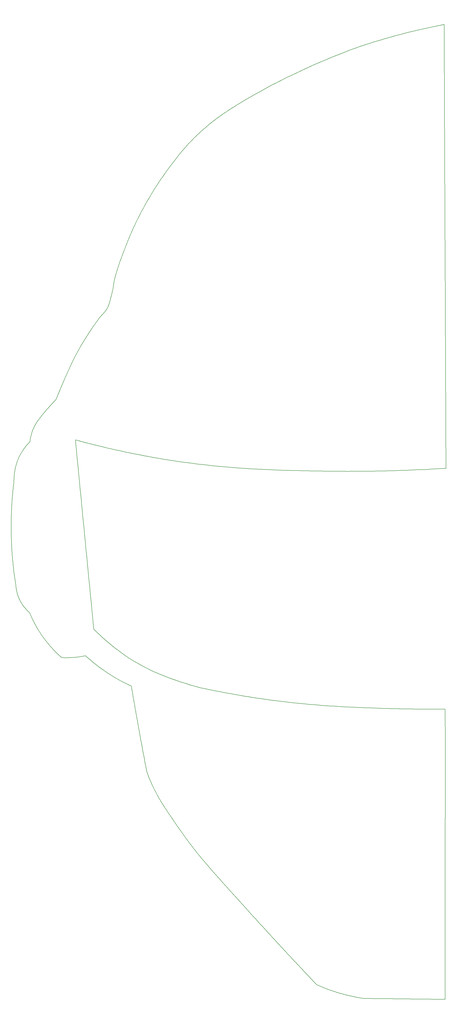
<source format=gbr>
%TF.GenerationSoftware,KiCad,Pcbnew,(6.0.2)*%
%TF.CreationDate,2022-04-02T19:10:38-07:00*%
%TF.ProjectId,DaftPunkTopLayerLeftBoard,44616674-5075-46e6-9b54-6f704c617965,rev?*%
%TF.SameCoordinates,Original*%
%TF.FileFunction,Profile,NP*%
%FSLAX46Y46*%
G04 Gerber Fmt 4.6, Leading zero omitted, Abs format (unit mm)*
G04 Created by KiCad (PCBNEW (6.0.2)) date 2022-04-02 19:10:38*
%MOMM*%
%LPD*%
G01*
G04 APERTURE LIST*
%ADD10C,0.200000*%
G04 APERTURE END LIST*
D10*
X83685134Y-203373130D02*
X83720523Y-203069173D01*
X83763428Y-202747443D01*
X83814754Y-202408892D01*
X83875410Y-202054475D01*
X83946302Y-201685146D01*
X84028336Y-201301858D01*
X84073816Y-201105277D01*
X84122422Y-200905565D01*
X84174266Y-200702840D01*
X84229464Y-200497222D01*
X84288128Y-200288829D01*
X84350371Y-200077781D01*
X84416307Y-199864198D01*
X84486049Y-199648198D01*
X84559711Y-199429901D01*
X84637405Y-199209426D01*
X84719246Y-198986891D01*
X84805347Y-198762418D01*
X84895821Y-198536124D01*
X84990782Y-198308128D01*
X85090342Y-198078551D01*
X85194616Y-197847512D01*
X85303716Y-197615128D01*
X85417756Y-197381521D01*
X85536850Y-197146809D01*
X85661111Y-196911111D01*
X108238889Y-275227777D02*
X108419788Y-275410951D01*
X108603287Y-275595586D01*
X108789388Y-275781648D01*
X108978096Y-275969101D01*
X109169416Y-276157912D01*
X109363351Y-276348046D01*
X109559905Y-276539468D01*
X109759084Y-276732143D01*
X109960891Y-276926036D01*
X110165330Y-277121114D01*
X110372405Y-277317342D01*
X110582122Y-277514684D01*
X110794483Y-277713107D01*
X111009493Y-277912575D01*
X111227157Y-278113054D01*
X111447478Y-278314510D01*
X111670461Y-278516907D01*
X111896111Y-278720211D01*
X112124430Y-278924388D01*
X112355424Y-279129403D01*
X112589096Y-279335221D01*
X112825451Y-279541808D01*
X113064494Y-279749128D01*
X113306227Y-279957148D01*
X113550656Y-280165833D01*
X113797785Y-280375148D01*
X114047618Y-280585058D01*
X114300158Y-280795529D01*
X114555411Y-281006527D01*
X114813381Y-281218015D01*
X115074071Y-281429961D01*
X115337487Y-281642330D01*
X243352778Y-417397222D02*
X242374959Y-417386234D01*
X241396773Y-417375243D01*
X240418234Y-417364248D01*
X239439357Y-417353249D01*
X238460158Y-417342248D01*
X237480653Y-417331242D01*
X236500855Y-417320234D01*
X235520780Y-417309223D01*
X234540444Y-417298208D01*
X233559862Y-417287191D01*
X232579049Y-417276172D01*
X231598020Y-417265150D01*
X230616791Y-417254126D01*
X229635376Y-417243100D01*
X228653791Y-417232072D01*
X227672051Y-417221042D01*
X226690171Y-417210011D01*
X225708167Y-417198978D01*
X224726054Y-417187943D01*
X223743846Y-417176908D01*
X222761560Y-417165871D01*
X221779210Y-417154834D01*
X220796811Y-417143796D01*
X219814379Y-417132757D01*
X218831930Y-417121718D01*
X217849477Y-417110678D01*
X216867037Y-417099639D01*
X215884625Y-417088599D01*
X214902255Y-417077559D01*
X213919944Y-417066520D01*
X212937705Y-417055482D01*
X211955556Y-417044444D01*
X97302778Y-178566666D02*
X97473731Y-178182864D01*
X97641041Y-177807399D01*
X97804966Y-177439850D01*
X97965761Y-177079798D01*
X98123685Y-176726822D01*
X98278994Y-176380503D01*
X98431946Y-176040419D01*
X98582798Y-175706151D01*
X98731806Y-175377279D01*
X98879228Y-175053383D01*
X99025322Y-174734042D01*
X99170343Y-174418836D01*
X99314550Y-174107345D01*
X99458199Y-173799150D01*
X99601548Y-173493829D01*
X99744853Y-173190963D01*
X99888373Y-172890131D01*
X100032363Y-172590914D01*
X100177081Y-172292891D01*
X100322785Y-171995643D01*
X100469731Y-171698748D01*
X100618176Y-171401787D01*
X100768378Y-171104340D01*
X100920593Y-170805987D01*
X101075080Y-170506306D01*
X101232094Y-170204880D01*
X101391894Y-169901286D01*
X101554735Y-169595105D01*
X101720876Y-169285917D01*
X101890574Y-168973302D01*
X102064085Y-168656840D01*
X102241667Y-168336110D01*
X187613889Y-405049999D02*
X187213576Y-404624618D01*
X186802015Y-404186907D01*
X186378719Y-403736291D01*
X185943197Y-403272195D01*
X185494961Y-402794044D01*
X185033522Y-402301265D01*
X184558392Y-401793283D01*
X184069080Y-401269523D01*
X183565098Y-400729411D01*
X183045957Y-400172372D01*
X182511168Y-399597832D01*
X181960242Y-399005216D01*
X181392691Y-398393950D01*
X180808025Y-397763458D01*
X180205755Y-397113168D01*
X179585392Y-396442503D01*
X178946448Y-395750890D01*
X178288433Y-395037755D01*
X177610859Y-394302522D01*
X176913236Y-393544616D01*
X176195076Y-392763465D01*
X175455889Y-391958492D01*
X174695187Y-391129124D01*
X173912481Y-390274787D01*
X173107281Y-389394904D01*
X172279099Y-388488903D01*
X171427446Y-387556208D01*
X170551833Y-386596245D01*
X169651771Y-385608439D01*
X168726770Y-384592216D01*
X167776343Y-383547002D01*
X166800000Y-382472222D01*
X111766667Y-154224999D02*
X111911566Y-154080266D01*
X112051855Y-153934411D01*
X112220477Y-153749917D01*
X112362124Y-153586628D01*
X112514123Y-153402323D01*
X112674082Y-153197310D01*
X112839606Y-152971898D01*
X113008302Y-152726395D01*
X113121347Y-152551717D01*
X113177778Y-152461110D01*
X216541667Y-305566666D02*
X217554992Y-305603373D01*
X218558275Y-305637909D01*
X219551388Y-305670325D01*
X220534202Y-305700673D01*
X221506591Y-305729003D01*
X222468425Y-305755368D01*
X223419578Y-305779818D01*
X224359920Y-305802405D01*
X225289325Y-305823181D01*
X226207665Y-305842198D01*
X227114812Y-305859505D01*
X228010637Y-305875156D01*
X228895013Y-305889201D01*
X229767812Y-305901692D01*
X230628907Y-305912681D01*
X231478169Y-305922218D01*
X232315470Y-305930356D01*
X233140683Y-305937145D01*
X233953679Y-305942638D01*
X234754332Y-305946885D01*
X235542512Y-305949938D01*
X236318093Y-305951849D01*
X237080946Y-305952669D01*
X237830943Y-305952449D01*
X238567957Y-305951242D01*
X239291860Y-305949097D01*
X240002523Y-305946068D01*
X240699820Y-305942205D01*
X241383621Y-305937559D01*
X242053800Y-305932183D01*
X242710228Y-305926127D01*
X243352778Y-305919444D01*
X83544445Y-268877777D02*
X83380566Y-268736972D01*
X83213198Y-268588937D01*
X83042731Y-268433574D01*
X82869555Y-268270785D01*
X82694060Y-268100474D01*
X82516637Y-267922544D01*
X82337677Y-267736896D01*
X82157568Y-267543435D01*
X81976702Y-267342062D01*
X81795470Y-267132681D01*
X81614260Y-266915194D01*
X81433464Y-266689505D01*
X81253472Y-266455515D01*
X81074674Y-266213129D01*
X80897460Y-265962249D01*
X80722222Y-265702777D01*
X93775000Y-187033333D02*
X93855034Y-186827603D01*
X93937014Y-186617610D01*
X94020942Y-186403399D01*
X94106817Y-186185018D01*
X94194639Y-185962513D01*
X94284409Y-185735931D01*
X94376127Y-185505319D01*
X94469792Y-185270723D01*
X94565406Y-185032190D01*
X94662969Y-184789766D01*
X94762480Y-184543499D01*
X94863940Y-184293434D01*
X94967350Y-184039620D01*
X95072708Y-183782101D01*
X95180017Y-183520926D01*
X95289275Y-183256140D01*
X95400483Y-182987791D01*
X95513642Y-182715925D01*
X95628751Y-182440589D01*
X95745812Y-182161829D01*
X95864823Y-181879692D01*
X95985785Y-181594225D01*
X96108699Y-181305474D01*
X96233564Y-181013487D01*
X96360382Y-180718310D01*
X96489151Y-180419989D01*
X96619874Y-180118571D01*
X96752548Y-179814104D01*
X96887176Y-179506632D01*
X97023756Y-179196205D01*
X97162290Y-178882867D01*
X97302778Y-178566666D01*
X199255556Y-413869444D02*
X198903020Y-413743922D01*
X198553381Y-413617304D01*
X198206643Y-413489633D01*
X197862806Y-413360948D01*
X197521873Y-413231292D01*
X197183845Y-413100706D01*
X196848727Y-412969231D01*
X196516518Y-412836908D01*
X196187223Y-412703779D01*
X195860842Y-412569885D01*
X195537378Y-412435268D01*
X195216833Y-412299968D01*
X194899209Y-412164028D01*
X194584509Y-412027489D01*
X194272735Y-411890391D01*
X193963889Y-411752777D01*
X112119445Y-291102777D02*
X111864169Y-290924651D01*
X111611186Y-290746366D01*
X111360491Y-290567950D01*
X111112080Y-290389429D01*
X110865948Y-290210831D01*
X110622089Y-290032182D01*
X110380500Y-289853510D01*
X110141174Y-289674841D01*
X109904107Y-289496204D01*
X109669295Y-289317624D01*
X109436732Y-289139129D01*
X109206413Y-288960747D01*
X108978334Y-288782503D01*
X108752490Y-288604426D01*
X108528876Y-288426542D01*
X108307486Y-288248878D01*
X108088317Y-288071462D01*
X107871363Y-287894321D01*
X107656620Y-287717481D01*
X107444082Y-287540969D01*
X107233745Y-287364814D01*
X107025604Y-287189042D01*
X106819653Y-287013679D01*
X106615889Y-286838753D01*
X106414306Y-286664292D01*
X106214899Y-286490322D01*
X106017664Y-286316870D01*
X105822595Y-286143963D01*
X105629688Y-285971629D01*
X105438938Y-285799895D01*
X105250340Y-285628787D01*
X105063889Y-285458333D01*
X123761111Y-287574999D02*
X124799838Y-288196905D01*
X125857541Y-288799785D01*
X126930812Y-289383589D01*
X128016244Y-289948271D01*
X129110430Y-290493785D01*
X130209964Y-291020084D01*
X131311439Y-291527120D01*
X132411447Y-292014847D01*
X133506582Y-292483217D01*
X134593437Y-292932185D01*
X135668605Y-293361702D01*
X136728680Y-293771723D01*
X137770254Y-294162199D01*
X138789920Y-294533085D01*
X139784272Y-294884334D01*
X140749902Y-295215898D01*
X141683405Y-295527730D01*
X142581372Y-295819784D01*
X143440397Y-296092013D01*
X144257074Y-296344370D01*
X145027995Y-296576808D01*
X145749754Y-296789280D01*
X146418943Y-296981739D01*
X147032156Y-297154138D01*
X147585986Y-297306431D01*
X148077025Y-297438570D01*
X148501868Y-297550509D01*
X148857107Y-297642200D01*
X149139336Y-297713597D01*
X149345147Y-297764653D01*
X149513889Y-297805555D01*
X77547222Y-218430555D02*
X77547989Y-218183526D01*
X77551508Y-217923583D01*
X77558210Y-217651190D01*
X77568527Y-217366816D01*
X77582889Y-217070927D01*
X77601727Y-216763990D01*
X77625473Y-216446474D01*
X77654558Y-216118843D01*
X77689412Y-215781567D01*
X77730468Y-215435111D01*
X77778155Y-215079944D01*
X77832905Y-214716531D01*
X77895149Y-214345340D01*
X77965318Y-213966838D01*
X78043843Y-213581493D01*
X78131156Y-213189770D01*
X78227687Y-212792138D01*
X78333868Y-212389064D01*
X78450129Y-211981014D01*
X78576902Y-211568455D01*
X78714617Y-211151855D01*
X78863707Y-210731681D01*
X79024601Y-210308400D01*
X79197731Y-209882478D01*
X79383529Y-209454383D01*
X79582424Y-209024583D01*
X79794849Y-208593543D01*
X80021234Y-208161732D01*
X80262011Y-207729616D01*
X80517610Y-207297662D01*
X80788462Y-206866337D01*
X81075000Y-206436110D01*
X149513889Y-297805555D02*
X150603137Y-298037210D01*
X151681854Y-298263082D01*
X152749898Y-298483249D01*
X153807127Y-298697790D01*
X154853399Y-298906786D01*
X155888572Y-299110316D01*
X156912502Y-299308460D01*
X157925050Y-299501297D01*
X158926071Y-299688907D01*
X159915425Y-299871370D01*
X160892969Y-300048765D01*
X161858561Y-300221172D01*
X162812060Y-300388671D01*
X163753321Y-300551340D01*
X164682205Y-300709261D01*
X165598568Y-300862512D01*
X166502269Y-301011172D01*
X167393166Y-301155323D01*
X168271115Y-301295043D01*
X169135976Y-301430412D01*
X169987607Y-301561509D01*
X170825864Y-301688415D01*
X171650606Y-301811209D01*
X172461692Y-301929970D01*
X173258978Y-302044778D01*
X174042322Y-302155713D01*
X174811584Y-302262854D01*
X175566620Y-302366281D01*
X176307288Y-302466074D01*
X177033447Y-302562313D01*
X177744953Y-302655076D01*
X178441667Y-302744444D01*
X86719445Y-275227777D02*
X86594037Y-275018059D01*
X86470466Y-274808877D01*
X86348716Y-274600248D01*
X86228773Y-274392192D01*
X86110623Y-274184729D01*
X85994251Y-273977877D01*
X85879641Y-273771657D01*
X85766780Y-273566087D01*
X85655653Y-273361186D01*
X85546244Y-273156975D01*
X85438540Y-272953472D01*
X85332525Y-272750697D01*
X85228185Y-272548669D01*
X85125506Y-272347407D01*
X85024472Y-272146931D01*
X84925069Y-271947260D01*
X84827282Y-271748413D01*
X84731097Y-271550410D01*
X84636499Y-271353270D01*
X84543472Y-271157012D01*
X84452004Y-270961656D01*
X84362078Y-270767221D01*
X84273680Y-270573726D01*
X84186796Y-270381191D01*
X84101410Y-270189635D01*
X84017509Y-269999077D01*
X83935077Y-269809537D01*
X83854099Y-269621034D01*
X83774562Y-269433587D01*
X83696451Y-269247215D01*
X83619750Y-269061939D01*
X83544445Y-268877777D01*
X105063889Y-285458333D02*
X104752918Y-285520284D01*
X104436103Y-285580582D01*
X104113499Y-285639070D01*
X103785166Y-285695593D01*
X103451162Y-285749996D01*
X103111544Y-285802122D01*
X102766372Y-285851815D01*
X102415703Y-285898920D01*
X102059595Y-285943280D01*
X101698107Y-285984742D01*
X101331296Y-286023147D01*
X100959222Y-286058341D01*
X100581941Y-286090168D01*
X100199512Y-286118472D01*
X99811994Y-286143097D01*
X99419445Y-286163888D01*
X95891667Y-286163888D02*
X95627262Y-285930691D01*
X95359466Y-285690912D01*
X95088475Y-285444510D01*
X94814486Y-285191441D01*
X94537692Y-284931664D01*
X94258291Y-284665137D01*
X93976477Y-284391816D01*
X93692447Y-284111661D01*
X93406396Y-283824628D01*
X93118519Y-283530676D01*
X92829013Y-283229763D01*
X92538073Y-282921846D01*
X92245894Y-282606883D01*
X91952673Y-282284833D01*
X91658605Y-281955651D01*
X91363885Y-281619298D01*
X91068710Y-281275730D01*
X90773275Y-280924905D01*
X90477775Y-280566781D01*
X90182406Y-280201317D01*
X89887365Y-279828468D01*
X89592846Y-279448195D01*
X89299045Y-279060453D01*
X89006159Y-278665202D01*
X88714381Y-278262399D01*
X88423909Y-277852002D01*
X88134938Y-277433968D01*
X87847664Y-277008255D01*
X87562282Y-276574822D01*
X87278987Y-276133626D01*
X86997976Y-275684625D01*
X86719445Y-275227777D01*
X195727778Y-214549999D02*
X193926556Y-214517837D01*
X192124996Y-214484556D01*
X190322093Y-214449479D01*
X188516841Y-214411931D01*
X186708235Y-214371234D01*
X184895268Y-214326712D01*
X183076935Y-214277690D01*
X181252231Y-214223490D01*
X179420150Y-214163437D01*
X177579686Y-214096854D01*
X175729834Y-214023065D01*
X173869588Y-213941393D01*
X171997943Y-213851163D01*
X170113893Y-213751697D01*
X168216432Y-213642320D01*
X166304554Y-213522355D01*
X164377255Y-213391126D01*
X162433528Y-213247957D01*
X160472369Y-213092171D01*
X158492770Y-212923092D01*
X156493727Y-212740044D01*
X154474235Y-212542350D01*
X152433287Y-212329334D01*
X150369878Y-212100320D01*
X148283002Y-211854631D01*
X146171654Y-211591591D01*
X144034827Y-211310524D01*
X141871518Y-211010754D01*
X139680719Y-210691604D01*
X137461426Y-210352397D01*
X135212632Y-209992458D01*
X132933333Y-209611111D01*
X99419445Y-286163888D02*
X99184594Y-286174329D01*
X98951574Y-286183214D01*
X98720403Y-286190578D01*
X98491099Y-286196456D01*
X98263680Y-286200883D01*
X98038164Y-286203894D01*
X97814569Y-286205525D01*
X97592914Y-286205810D01*
X97373216Y-286204786D01*
X97155494Y-286202486D01*
X96939766Y-286198947D01*
X96726049Y-286194203D01*
X96514363Y-286188290D01*
X96304725Y-286181243D01*
X96097154Y-286173097D01*
X95891667Y-286163888D01*
X243352778Y-417397222D02*
X243352778Y-415451944D01*
X243352778Y-413507667D01*
X243352778Y-411564359D01*
X243352778Y-409621987D01*
X243352778Y-407680520D01*
X243352778Y-405739925D01*
X243352778Y-403800169D01*
X243352778Y-401861221D01*
X243352778Y-399923047D01*
X243352778Y-397985617D01*
X243352778Y-396048897D01*
X243352778Y-394112856D01*
X243352778Y-392177460D01*
X243352778Y-390242678D01*
X243352778Y-388308477D01*
X243352778Y-386374825D01*
X243352778Y-384441690D01*
X243352778Y-382509040D01*
X243352778Y-380576842D01*
X243352778Y-378645063D01*
X243352778Y-376713673D01*
X243352778Y-374782637D01*
X243352778Y-372851925D01*
X243352778Y-370921503D01*
X243352778Y-368991340D01*
X243352778Y-367061403D01*
X243352778Y-365131660D01*
X243352778Y-363202078D01*
X243352778Y-361272626D01*
X243352778Y-359343270D01*
X243352778Y-357413980D01*
X243352778Y-355484722D01*
X85661111Y-196911111D02*
X85771782Y-196708847D01*
X85894657Y-196493650D01*
X86034166Y-196260797D01*
X86194738Y-196005563D01*
X86315675Y-195820641D01*
X86449256Y-195622273D01*
X86596792Y-195409060D01*
X86759596Y-195179602D01*
X86938980Y-194932499D01*
X87136258Y-194666352D01*
X87352742Y-194379762D01*
X87589745Y-194071328D01*
X87716351Y-193908483D01*
X87848578Y-193739652D01*
X87986592Y-193564660D01*
X88130556Y-193383333D01*
X166800000Y-382472222D02*
X165466423Y-381002468D01*
X164195638Y-379599853D01*
X162985702Y-378262238D01*
X161834673Y-376987484D01*
X160740606Y-375773451D01*
X159701560Y-374618001D01*
X158715591Y-373518993D01*
X157780757Y-372474289D01*
X156895113Y-371481750D01*
X156056718Y-370539236D01*
X155263629Y-369644609D01*
X154513902Y-368795728D01*
X153805594Y-367990455D01*
X153136763Y-367226650D01*
X152505466Y-366502174D01*
X151909759Y-365814889D01*
X151347700Y-365162654D01*
X150817346Y-364543331D01*
X150316753Y-363954780D01*
X149843980Y-363394862D01*
X149397082Y-362861438D01*
X148974117Y-362352369D01*
X148573143Y-361865515D01*
X148192215Y-361398738D01*
X147829391Y-360949897D01*
X147482729Y-360516854D01*
X147150285Y-360097470D01*
X146830116Y-359689605D01*
X146520279Y-359291121D01*
X146218832Y-358899877D01*
X145923831Y-358513734D01*
X145633334Y-358130555D01*
X115337487Y-281642330D02*
X115519448Y-281786711D01*
X115738805Y-281958877D01*
X116036555Y-282190311D01*
X116213142Y-282326523D01*
X116407305Y-282475475D01*
X116618369Y-282636476D01*
X116845661Y-282808834D01*
X117088507Y-282991856D01*
X117346231Y-283184850D01*
X117618161Y-283387124D01*
X117903622Y-283597986D01*
X118201940Y-283816744D01*
X118512440Y-284042706D01*
X118834449Y-284275180D01*
X119167292Y-284513473D01*
X119510296Y-284756894D01*
X119862786Y-285004750D01*
X120224087Y-285256350D01*
X120593527Y-285511000D01*
X120970431Y-285768010D01*
X121354123Y-286026687D01*
X121743932Y-286286339D01*
X122139182Y-286546274D01*
X122539198Y-286805799D01*
X122943308Y-287064223D01*
X123350837Y-287320854D01*
X123761111Y-287574999D01*
X148102778Y-85433333D02*
X148602630Y-84961222D01*
X149100497Y-84498883D01*
X149596482Y-84046039D01*
X150090687Y-83602409D01*
X150583216Y-83167716D01*
X151074172Y-82741682D01*
X151563658Y-82324028D01*
X152051778Y-81914475D01*
X152538635Y-81512745D01*
X153024331Y-81118559D01*
X153508971Y-80731640D01*
X153992656Y-80351708D01*
X154475492Y-79978486D01*
X154957579Y-79611694D01*
X155439023Y-79251055D01*
X155919926Y-78896289D01*
X156400390Y-78547119D01*
X156880521Y-78203266D01*
X157360419Y-77864451D01*
X157840190Y-77530396D01*
X158319936Y-77200823D01*
X158799759Y-76875453D01*
X159279765Y-76554008D01*
X159760054Y-76236208D01*
X160240732Y-75921777D01*
X160721900Y-75610435D01*
X161203663Y-75301904D01*
X161686123Y-74995905D01*
X162169383Y-74692160D01*
X162653547Y-74390391D01*
X163138718Y-74090319D01*
X163625000Y-73791666D01*
X210544445Y-51566667D02*
X211324295Y-51304666D01*
X212120101Y-51040415D01*
X212931777Y-50774122D01*
X213759241Y-50505995D01*
X214602410Y-50236242D01*
X215461200Y-49965073D01*
X216335528Y-49692695D01*
X217225310Y-49419318D01*
X218130464Y-49145148D01*
X219050907Y-48870395D01*
X219986554Y-48595267D01*
X220937322Y-48319972D01*
X221903129Y-48044719D01*
X222883892Y-47769716D01*
X223879526Y-47495172D01*
X224889948Y-47221295D01*
X225915076Y-46948293D01*
X226954826Y-46676374D01*
X228009114Y-46405748D01*
X229077858Y-46136622D01*
X230160974Y-45869205D01*
X231258379Y-45603705D01*
X232369990Y-45340331D01*
X233495723Y-45079291D01*
X234635495Y-44820793D01*
X235789223Y-44565046D01*
X236956823Y-44312258D01*
X238138213Y-44062638D01*
X239333309Y-43816393D01*
X240542027Y-43573733D01*
X241764285Y-43334866D01*
X243000000Y-43100000D01*
X78252778Y-258294444D02*
X78167228Y-257755397D01*
X78082995Y-257210998D01*
X78000142Y-256661277D01*
X77918735Y-256106264D01*
X77838838Y-255545989D01*
X77760516Y-254980482D01*
X77683833Y-254409772D01*
X77608854Y-253833891D01*
X77535644Y-253252866D01*
X77464268Y-252666730D01*
X77394791Y-252075511D01*
X77327276Y-251479240D01*
X77261789Y-250877946D01*
X77198395Y-250271659D01*
X77137158Y-249660409D01*
X77078143Y-249044227D01*
X77021414Y-248423142D01*
X76967037Y-247797184D01*
X76915076Y-247166384D01*
X76865595Y-246530770D01*
X76818660Y-245890373D01*
X76774336Y-245245223D01*
X76732686Y-244595350D01*
X76693776Y-243940783D01*
X76657670Y-243281553D01*
X76624434Y-242617690D01*
X76594131Y-241949224D01*
X76566827Y-241276184D01*
X76542585Y-240598600D01*
X76521472Y-239916503D01*
X76503552Y-239229922D01*
X76488889Y-238538888D01*
X121291667Y-126355555D02*
X121477506Y-125892792D01*
X121682628Y-125388832D01*
X121907321Y-124844804D01*
X122151870Y-124261840D01*
X122416562Y-123641070D01*
X122701685Y-122983626D01*
X123007524Y-122290639D01*
X123334366Y-121563238D01*
X123682499Y-120802556D01*
X124052208Y-120009723D01*
X124443780Y-119185870D01*
X124857503Y-118332128D01*
X125293663Y-117449628D01*
X125752546Y-116539501D01*
X126234440Y-115602877D01*
X126739630Y-114640889D01*
X127268404Y-113654666D01*
X127821048Y-112645339D01*
X128397849Y-111614040D01*
X128999094Y-110561899D01*
X129625070Y-109490048D01*
X130276062Y-108399617D01*
X130952359Y-107291737D01*
X131654245Y-106167539D01*
X132382009Y-105028154D01*
X133135937Y-103874713D01*
X133916315Y-102708347D01*
X134723431Y-101530187D01*
X135557570Y-100341363D01*
X136419020Y-99143007D01*
X137308068Y-97936249D01*
X138225000Y-96722222D01*
X145633334Y-358130555D02*
X145332727Y-357731275D01*
X145032184Y-357329441D01*
X144732072Y-356925679D01*
X144432760Y-356520617D01*
X144134615Y-356114879D01*
X143838007Y-355709093D01*
X143543303Y-355303886D01*
X143250873Y-354899884D01*
X142961083Y-354497714D01*
X142674304Y-354098001D01*
X142390903Y-353701374D01*
X142111248Y-353308458D01*
X141835708Y-352919880D01*
X141564652Y-352536266D01*
X141298447Y-352158243D01*
X141037462Y-351786438D01*
X140782066Y-351421478D01*
X140532626Y-351063988D01*
X140289512Y-350714595D01*
X140053091Y-350373926D01*
X139823732Y-350042608D01*
X139601803Y-349721267D01*
X139387673Y-349410530D01*
X139181710Y-349111023D01*
X138984282Y-348823373D01*
X138795758Y-348548206D01*
X138616506Y-348286149D01*
X138446895Y-348037828D01*
X138287292Y-347803871D01*
X138138067Y-347584903D01*
X137999587Y-347381552D01*
X137872222Y-347194444D01*
X178441667Y-302744444D02*
X179867657Y-302922834D01*
X181274369Y-303092827D01*
X182662211Y-303254682D01*
X184031592Y-303408657D01*
X185382922Y-303555008D01*
X186716611Y-303693994D01*
X188033068Y-303825872D01*
X189332702Y-303950900D01*
X190615922Y-304069336D01*
X191883139Y-304181437D01*
X193134762Y-304287462D01*
X194371200Y-304387667D01*
X195592862Y-304482311D01*
X196800158Y-304571652D01*
X197993498Y-304655946D01*
X199173290Y-304735453D01*
X200339945Y-304810429D01*
X201493872Y-304881132D01*
X202635479Y-304947820D01*
X203765178Y-305010751D01*
X204883376Y-305070182D01*
X205990484Y-305126372D01*
X207086912Y-305179577D01*
X208173067Y-305230056D01*
X209249360Y-305278067D01*
X210316201Y-305323866D01*
X211373998Y-305367712D01*
X212423162Y-305409863D01*
X213464101Y-305450576D01*
X214497225Y-305490109D01*
X215522944Y-305528720D01*
X216541667Y-305566666D01*
X126230556Y-317208333D02*
X126114031Y-316573317D01*
X125997919Y-315938725D01*
X125882218Y-315304555D01*
X125766928Y-314670809D01*
X125652048Y-314037487D01*
X125537576Y-313404590D01*
X125423514Y-312772119D01*
X125309859Y-312140073D01*
X125196611Y-311508453D01*
X125083770Y-310877260D01*
X124971335Y-310246494D01*
X124859305Y-309616155D01*
X124747680Y-308986245D01*
X124636458Y-308356764D01*
X124525640Y-307727712D01*
X124415224Y-307099090D01*
X124305211Y-306470898D01*
X124195598Y-305843137D01*
X124086386Y-305215807D01*
X123977574Y-304588909D01*
X123869161Y-303962443D01*
X123761147Y-303336410D01*
X123653530Y-302710811D01*
X123546311Y-302085645D01*
X123439488Y-301460914D01*
X123333062Y-300836617D01*
X123227030Y-300212756D01*
X123121393Y-299589331D01*
X123016150Y-298966342D01*
X122911300Y-298343790D01*
X122806843Y-297721675D01*
X122702778Y-297099999D01*
X101183333Y-202555555D02*
X101403818Y-204826561D01*
X101624304Y-207097568D01*
X101844790Y-209368574D01*
X102065276Y-211639581D01*
X102285762Y-213910587D01*
X102506248Y-216181594D01*
X102726733Y-218452601D01*
X102947219Y-220723607D01*
X103167705Y-222994614D01*
X103388191Y-225265621D01*
X103608677Y-227536627D01*
X103829163Y-229807634D01*
X104049649Y-232078641D01*
X104270135Y-234349648D01*
X104490621Y-236620655D01*
X104711107Y-238891661D01*
X104931593Y-241162668D01*
X105152079Y-243433675D01*
X105372565Y-245704682D01*
X105593051Y-247975689D01*
X105813537Y-250246696D01*
X106034024Y-252517703D01*
X106254510Y-254788710D01*
X106474996Y-257059717D01*
X106695482Y-259330725D01*
X106915969Y-261601732D01*
X107136455Y-263872739D01*
X107356942Y-266143747D01*
X107577428Y-268414754D01*
X107797915Y-270685761D01*
X108018402Y-272956769D01*
X108238889Y-275227777D01*
X88130556Y-193383333D02*
X88378959Y-193073112D01*
X88508277Y-192912913D01*
X88641014Y-192749391D01*
X88777179Y-192582597D01*
X88916777Y-192412585D01*
X89059817Y-192239406D01*
X89206304Y-192063113D01*
X89356248Y-191883757D01*
X89509654Y-191701391D01*
X89666529Y-191516067D01*
X89826882Y-191327837D01*
X89990718Y-191136753D01*
X90158045Y-190942868D01*
X90328870Y-190746234D01*
X90503201Y-190546902D01*
X90681043Y-190344925D01*
X90862405Y-190140355D01*
X91047294Y-189933245D01*
X91235717Y-189723646D01*
X91427680Y-189511610D01*
X91623191Y-189297190D01*
X91822257Y-189080438D01*
X92024885Y-188861407D01*
X92231082Y-188640147D01*
X92440856Y-188416712D01*
X92654213Y-188191153D01*
X92871161Y-187963523D01*
X93091706Y-187733873D01*
X93315856Y-187502257D01*
X93543618Y-187268726D01*
X93775000Y-187033333D01*
X243485113Y-331310034D02*
X243484441Y-332432816D01*
X243483148Y-333536471D01*
X243481274Y-334620540D01*
X243478857Y-335684567D01*
X243475939Y-336728095D01*
X243472558Y-337750667D01*
X243468754Y-338751825D01*
X243464568Y-339731113D01*
X243460039Y-340688074D01*
X243455207Y-341622251D01*
X243450111Y-342533186D01*
X243444793Y-343420424D01*
X243439290Y-344283505D01*
X243433643Y-345121975D01*
X243427893Y-345935375D01*
X243422078Y-346723249D01*
X243416238Y-347485139D01*
X243410414Y-348220589D01*
X243404645Y-348929142D01*
X243398971Y-349610340D01*
X243393432Y-350263727D01*
X243388067Y-350888845D01*
X243382917Y-351485238D01*
X243378021Y-352052449D01*
X243373419Y-352590019D01*
X243369150Y-353097494D01*
X243365255Y-353574415D01*
X243361774Y-354020325D01*
X243358745Y-354434768D01*
X243356210Y-354817287D01*
X243354207Y-355167423D01*
X243352778Y-355484722D01*
X211955556Y-417044444D02*
X211599495Y-416989242D01*
X211240398Y-416931682D01*
X210878304Y-416871716D01*
X210513254Y-416809295D01*
X210145288Y-416744371D01*
X209774447Y-416676896D01*
X209400770Y-416606822D01*
X209024299Y-416534100D01*
X208645074Y-416458683D01*
X208263135Y-416380523D01*
X207878522Y-416299571D01*
X207491276Y-416215779D01*
X207101438Y-416129099D01*
X206709047Y-416039483D01*
X206314143Y-415946883D01*
X205916768Y-415851251D01*
X205516962Y-415752538D01*
X205114765Y-415650696D01*
X204710217Y-415545677D01*
X204303359Y-415437434D01*
X203894231Y-415325917D01*
X203482873Y-415211079D01*
X203069326Y-415092872D01*
X202653631Y-414971248D01*
X202235827Y-414846157D01*
X201815955Y-414717553D01*
X201394056Y-414585387D01*
X200970169Y-414449611D01*
X200544335Y-414310177D01*
X200116595Y-414167036D01*
X199686988Y-414020141D01*
X199255556Y-413869444D01*
X102241667Y-168336110D02*
X102550717Y-167785039D01*
X102865871Y-167231661D01*
X103186445Y-166676915D01*
X103511755Y-166121743D01*
X103841116Y-165567085D01*
X104173846Y-165013884D01*
X104509259Y-164463080D01*
X104846673Y-163915615D01*
X105185404Y-163372429D01*
X105524767Y-162834464D01*
X105864078Y-162302661D01*
X106202655Y-161777961D01*
X106539813Y-161261305D01*
X106874867Y-160753634D01*
X107207136Y-160255891D01*
X107535933Y-159769015D01*
X107860576Y-159293947D01*
X108180381Y-158831630D01*
X108494663Y-158383004D01*
X108802740Y-157949011D01*
X109103927Y-157530591D01*
X109397540Y-157128686D01*
X109682895Y-156744236D01*
X109959309Y-156378184D01*
X110226098Y-156031470D01*
X110482578Y-155705035D01*
X110728064Y-155399821D01*
X110961874Y-155116768D01*
X111183323Y-154856819D01*
X111391727Y-154620913D01*
X111586403Y-154409993D01*
X111766667Y-154224999D01*
X132933333Y-209611111D02*
X131681443Y-209394629D01*
X130444378Y-209175819D01*
X129222330Y-208954888D01*
X128015493Y-208732043D01*
X126824059Y-208507490D01*
X125648222Y-208281438D01*
X124488175Y-208054092D01*
X123344111Y-207825659D01*
X122216222Y-207596348D01*
X121104702Y-207366364D01*
X120009745Y-207135914D01*
X118931542Y-206905207D01*
X117870287Y-206674448D01*
X116826173Y-206443844D01*
X115799394Y-206213603D01*
X114790141Y-205983932D01*
X113798609Y-205755037D01*
X112824990Y-205527126D01*
X111869478Y-205300406D01*
X110932265Y-205075082D01*
X110013544Y-204851364D01*
X109113509Y-204629457D01*
X108232352Y-204409568D01*
X107370267Y-204191905D01*
X106527447Y-203976674D01*
X105704085Y-203764083D01*
X104900373Y-203554338D01*
X104116505Y-203347647D01*
X103352674Y-203144216D01*
X102609073Y-202944252D01*
X101885895Y-202747963D01*
X101183333Y-202555555D01*
X81075000Y-206436110D02*
X81233143Y-206209017D01*
X81392622Y-205986885D01*
X81553293Y-205769669D01*
X81715012Y-205557324D01*
X81877636Y-205349807D01*
X82041021Y-205147073D01*
X82205024Y-204949078D01*
X82369501Y-204755779D01*
X82534308Y-204567132D01*
X82699301Y-204383091D01*
X82864337Y-204203613D01*
X83029273Y-204028655D01*
X83193964Y-203858171D01*
X83358266Y-203692119D01*
X83522038Y-203530453D01*
X83685134Y-203373130D01*
X243705556Y-213491666D02*
X241919166Y-213598875D01*
X240149557Y-213699927D01*
X238396904Y-213794961D01*
X236661380Y-213884113D01*
X234943159Y-213967520D01*
X233242416Y-214045320D01*
X231559324Y-214117651D01*
X229894057Y-214184649D01*
X228246791Y-214246452D01*
X226617697Y-214303198D01*
X225006951Y-214355023D01*
X223414727Y-214402065D01*
X221841198Y-214444461D01*
X220286539Y-214482349D01*
X218750924Y-214515867D01*
X217234526Y-214545150D01*
X215737520Y-214570338D01*
X214260080Y-214591566D01*
X212802379Y-214608973D01*
X211364593Y-214622696D01*
X209946894Y-214632872D01*
X208549457Y-214639638D01*
X207172456Y-214643133D01*
X205816065Y-214643492D01*
X204480458Y-214640854D01*
X203165809Y-214635356D01*
X201872292Y-214627136D01*
X200600081Y-214616330D01*
X199349350Y-214603076D01*
X198120273Y-214587511D01*
X196913024Y-214569773D01*
X195727778Y-214549999D01*
X122702778Y-297099999D02*
X122405981Y-296965010D01*
X122106423Y-296826993D01*
X121804162Y-296685913D01*
X121499255Y-296541734D01*
X121191758Y-296394421D01*
X120881729Y-296243939D01*
X120569225Y-296090251D01*
X120254304Y-295933323D01*
X119937021Y-295773119D01*
X119617436Y-295609603D01*
X119295604Y-295442741D01*
X118971582Y-295272497D01*
X118645429Y-295098835D01*
X118317201Y-294921719D01*
X117986955Y-294741116D01*
X117654749Y-294556988D01*
X117320639Y-294369301D01*
X116984683Y-294178019D01*
X116646938Y-293983107D01*
X116307461Y-293784530D01*
X115966309Y-293582251D01*
X115623539Y-293376235D01*
X115279209Y-293166448D01*
X114933375Y-292952853D01*
X114586095Y-292735416D01*
X114237427Y-292514100D01*
X113887426Y-292288870D01*
X113536151Y-292059691D01*
X113183658Y-291826528D01*
X112830004Y-291589345D01*
X112475247Y-291348106D01*
X112119445Y-291102777D01*
X137872222Y-347194444D02*
X137587140Y-346774913D01*
X137313751Y-346371193D01*
X137051729Y-345982844D01*
X136800750Y-345609427D01*
X136560486Y-345250504D01*
X136330611Y-344905634D01*
X136110801Y-344574379D01*
X135900730Y-344256300D01*
X135700070Y-343950957D01*
X135508498Y-343657911D01*
X135325686Y-343376724D01*
X135151309Y-343106956D01*
X134985041Y-342848168D01*
X134826556Y-342599920D01*
X134675529Y-342361774D01*
X134531634Y-342133291D01*
X134394544Y-341914031D01*
X134263934Y-341703556D01*
X134139479Y-341501426D01*
X134020851Y-341307201D01*
X133907727Y-341120444D01*
X133799779Y-340940714D01*
X133696681Y-340767573D01*
X133503736Y-340439300D01*
X133326284Y-340132112D01*
X133161719Y-339842495D01*
X133007434Y-339566937D01*
X132933333Y-339433333D01*
X138225000Y-96722222D02*
X138465738Y-96407586D01*
X138708310Y-96091023D01*
X138952971Y-95772479D01*
X139199977Y-95451900D01*
X139449581Y-95129234D01*
X139702039Y-94804428D01*
X139957606Y-94477427D01*
X140216537Y-94148178D01*
X140479087Y-93816629D01*
X140745510Y-93482725D01*
X141016061Y-93146414D01*
X141290996Y-92807643D01*
X141570569Y-92466357D01*
X141855036Y-92122503D01*
X142144650Y-91776029D01*
X142439668Y-91426881D01*
X142740343Y-91075006D01*
X143046932Y-90720350D01*
X143359688Y-90362860D01*
X143678867Y-90002482D01*
X144004724Y-89639164D01*
X144337513Y-89272852D01*
X144677490Y-88903493D01*
X145024909Y-88531033D01*
X145380025Y-88155419D01*
X145743094Y-87776597D01*
X146114370Y-87394516D01*
X146494107Y-87009120D01*
X146882562Y-86620357D01*
X147279989Y-86228174D01*
X147686642Y-85832517D01*
X148102778Y-85433333D01*
X80722222Y-265702777D02*
X80545770Y-265428930D01*
X80377877Y-265155387D01*
X80218326Y-264882391D01*
X80066903Y-264610184D01*
X79923391Y-264339009D01*
X79787576Y-264069109D01*
X79659243Y-263800726D01*
X79538176Y-263534104D01*
X79424160Y-263269484D01*
X79316980Y-263007111D01*
X79216420Y-262747226D01*
X79122266Y-262490072D01*
X79034301Y-262235893D01*
X78952312Y-261984930D01*
X78876081Y-261737427D01*
X78805395Y-261493626D01*
X78740038Y-261253771D01*
X78679794Y-261018104D01*
X78624449Y-260786867D01*
X78573787Y-260560304D01*
X78527593Y-260338657D01*
X78485652Y-260122169D01*
X78447748Y-259911083D01*
X78413666Y-259705641D01*
X78383191Y-259506087D01*
X78332201Y-259125611D01*
X78293055Y-258771598D01*
X78264032Y-258445989D01*
X78252778Y-258294444D01*
X114236111Y-149991666D02*
X114320021Y-149690332D01*
X114401303Y-149398243D01*
X114479995Y-149115080D01*
X114556132Y-148840524D01*
X114629750Y-148574254D01*
X114700885Y-148315951D01*
X114769575Y-148065297D01*
X114835855Y-147821972D01*
X114899761Y-147585655D01*
X114961330Y-147356029D01*
X115020599Y-147132773D01*
X115077602Y-146915568D01*
X115132377Y-146704095D01*
X115184960Y-146498034D01*
X115235387Y-146297066D01*
X115283695Y-146100872D01*
X115374096Y-145721525D01*
X115456454Y-145357440D01*
X115531058Y-145006061D01*
X115598201Y-144664832D01*
X115658170Y-144331198D01*
X115711257Y-144002605D01*
X115757752Y-143676497D01*
X115797945Y-143350319D01*
X128700000Y-330261111D02*
X128621376Y-329856792D01*
X128542844Y-329452242D01*
X128464404Y-329047460D01*
X128386055Y-328642447D01*
X128307799Y-328237202D01*
X128229636Y-327831726D01*
X128151565Y-327426018D01*
X128073587Y-327020079D01*
X127995702Y-326613909D01*
X127917911Y-326207508D01*
X127840213Y-325800876D01*
X127762608Y-325394012D01*
X127685098Y-324986918D01*
X127607682Y-324579593D01*
X127530360Y-324172037D01*
X127453134Y-323764250D01*
X127376001Y-323356232D01*
X127298964Y-322947984D01*
X127222023Y-322539505D01*
X127145177Y-322130796D01*
X127068426Y-321721857D01*
X126991772Y-321312687D01*
X126915214Y-320903286D01*
X126838752Y-320493656D01*
X126762387Y-320083795D01*
X126686119Y-319673705D01*
X126609947Y-319263384D01*
X126533874Y-318852833D01*
X126457897Y-318442053D01*
X126382019Y-318031042D01*
X126306238Y-317619802D01*
X126230556Y-317208333D01*
X115797945Y-143350319D02*
X115853651Y-142917479D01*
X115924222Y-142465712D01*
X116008919Y-141996277D01*
X116107004Y-141510432D01*
X116217737Y-141009437D01*
X116340383Y-140494549D01*
X116474201Y-139967029D01*
X116618454Y-139428134D01*
X116772403Y-138879124D01*
X116935311Y-138321258D01*
X117106440Y-137755795D01*
X117285050Y-137183993D01*
X117470404Y-136607112D01*
X117661764Y-136026409D01*
X117858391Y-135443145D01*
X118059548Y-134858578D01*
X118264496Y-134273967D01*
X118472496Y-133690570D01*
X118682812Y-133109648D01*
X118894703Y-132532458D01*
X119107433Y-131960259D01*
X119320263Y-131394311D01*
X119532455Y-130835872D01*
X119743271Y-130286201D01*
X119951972Y-129746557D01*
X120157821Y-129218200D01*
X120360079Y-128702386D01*
X120558007Y-128200377D01*
X120750868Y-127713430D01*
X120937924Y-127242805D01*
X121118436Y-126789760D01*
X121291667Y-126355555D01*
X76488889Y-238538888D02*
X76477447Y-237836183D01*
X76469543Y-237137935D01*
X76465109Y-236444178D01*
X76464080Y-235754946D01*
X76466388Y-235070273D01*
X76471967Y-234390191D01*
X76480750Y-233714736D01*
X76492672Y-233043940D01*
X76507664Y-232377838D01*
X76525662Y-231716463D01*
X76546598Y-231059849D01*
X76570406Y-230408029D01*
X76597020Y-229761039D01*
X76626372Y-229118910D01*
X76658396Y-228481678D01*
X76693027Y-227849376D01*
X76730196Y-227222037D01*
X76769839Y-226599696D01*
X76811887Y-225982386D01*
X76856276Y-225370140D01*
X76902937Y-224762994D01*
X76951806Y-224160980D01*
X77002814Y-223564132D01*
X77055896Y-222972484D01*
X77110985Y-222386070D01*
X77168015Y-221804924D01*
X77226919Y-221229079D01*
X77287630Y-220658568D01*
X77350083Y-220093427D01*
X77414210Y-219533689D01*
X77479945Y-218979387D01*
X77547222Y-218430555D01*
X132933333Y-339433333D02*
X132743707Y-339088199D01*
X132558139Y-338745894D01*
X132376594Y-338406512D01*
X132199036Y-338070149D01*
X132025428Y-337736898D01*
X131855735Y-337406854D01*
X131689921Y-337080111D01*
X131527949Y-336756765D01*
X131369784Y-336436909D01*
X131215390Y-336120639D01*
X131064731Y-335808048D01*
X130917771Y-335499232D01*
X130774474Y-335194285D01*
X130634804Y-334893301D01*
X130498725Y-334596375D01*
X130366201Y-334303601D01*
X130237197Y-334015075D01*
X130111676Y-333730890D01*
X129989602Y-333451141D01*
X129870940Y-333175923D01*
X129755653Y-332905330D01*
X129643706Y-332639457D01*
X129535062Y-332378398D01*
X129429686Y-332122248D01*
X129327542Y-331871101D01*
X129228593Y-331625052D01*
X129132804Y-331384196D01*
X129040139Y-331148627D01*
X128950562Y-330918439D01*
X128864037Y-330693727D01*
X128780528Y-330474586D01*
X128700000Y-330261111D01*
X243000000Y-43100000D02*
X243022049Y-48424739D01*
X243044098Y-53749479D01*
X243066147Y-59074218D01*
X243088196Y-64398958D01*
X243110245Y-69723697D01*
X243132293Y-75048437D01*
X243154342Y-80373176D01*
X243176391Y-85697916D01*
X243198439Y-91022656D01*
X243220488Y-96347395D01*
X243242536Y-101672135D01*
X243264584Y-106996874D01*
X243286633Y-112321614D01*
X243308681Y-117646353D01*
X243330729Y-122971093D01*
X243352778Y-128295833D01*
X243374826Y-133620572D01*
X243396874Y-138945312D01*
X243418922Y-144270051D01*
X243440971Y-149594791D01*
X243463019Y-154919530D01*
X243485067Y-160244270D01*
X243507116Y-165569009D01*
X243529164Y-170893749D01*
X243551213Y-176218489D01*
X243573262Y-181543228D01*
X243595310Y-186867968D01*
X243617359Y-192192707D01*
X243639408Y-197517447D01*
X243661457Y-202842186D01*
X243683506Y-208166926D01*
X243705556Y-213491666D01*
X163625000Y-73791666D02*
X165831167Y-72459801D01*
X168032081Y-71166839D01*
X170223495Y-69913000D01*
X172401160Y-68698507D01*
X174560826Y-67523582D01*
X176698247Y-66388445D01*
X178809172Y-65293318D01*
X180889353Y-64238423D01*
X182934543Y-63223981D01*
X184940492Y-62250215D01*
X186902952Y-61317345D01*
X188817674Y-60425594D01*
X190680409Y-59575182D01*
X192486910Y-58766332D01*
X194232928Y-57999265D01*
X195914214Y-57274203D01*
X197526519Y-56591367D01*
X199065596Y-55950979D01*
X200527195Y-55353260D01*
X201907068Y-54798432D01*
X203200966Y-54286717D01*
X204404642Y-53818337D01*
X205513845Y-53393512D01*
X206524329Y-53012465D01*
X207431843Y-52675416D01*
X208232141Y-52382589D01*
X208920972Y-52134203D01*
X209494090Y-51930482D01*
X209947244Y-51771646D01*
X210276187Y-51657917D01*
X210476670Y-51589517D01*
X210544445Y-51566667D01*
X243352778Y-305919444D02*
X243358774Y-306480924D01*
X243364803Y-307059190D01*
X243370849Y-307654060D01*
X243376897Y-308265352D01*
X243382931Y-308892883D01*
X243388937Y-309536473D01*
X243394900Y-310195939D01*
X243400803Y-310871099D01*
X243406632Y-311561771D01*
X243412371Y-312267773D01*
X243418006Y-312988923D01*
X243423520Y-313725039D01*
X243428899Y-314475940D01*
X243434128Y-315241442D01*
X243439191Y-316021365D01*
X243444073Y-316815527D01*
X243448758Y-317623744D01*
X243453232Y-318445836D01*
X243457479Y-319281621D01*
X243461484Y-320130916D01*
X243465232Y-320993539D01*
X243468707Y-321869309D01*
X243471894Y-322758044D01*
X243474779Y-323659561D01*
X243477345Y-324573678D01*
X243479577Y-325500215D01*
X243481461Y-326438987D01*
X243482980Y-327389815D01*
X243484120Y-328352516D01*
X243484866Y-329326907D01*
X243485202Y-330312807D01*
X243485113Y-331310034D01*
X113177778Y-152461110D02*
X113297788Y-152260042D01*
X113409003Y-152062448D01*
X113511768Y-151868919D01*
X113606428Y-151680045D01*
X113693330Y-151496417D01*
X113809893Y-151232103D01*
X113910945Y-150982915D01*
X113997653Y-150750846D01*
X114071184Y-150537890D01*
X114132706Y-150346039D01*
X114198071Y-150126516D01*
X114236111Y-149991666D01*
X193963889Y-411752777D02*
X193815703Y-411597317D01*
X193663888Y-411438002D01*
X193508482Y-411274869D01*
X193349523Y-411107954D01*
X193187051Y-410937296D01*
X193021104Y-410762930D01*
X192851721Y-410584895D01*
X192678941Y-410403227D01*
X192502802Y-410217964D01*
X192323344Y-410029142D01*
X192140605Y-409836799D01*
X191954624Y-409640973D01*
X191765439Y-409441699D01*
X191573090Y-409239016D01*
X191377615Y-409032960D01*
X191179054Y-408823568D01*
X190977444Y-408610878D01*
X190772824Y-408394928D01*
X190565234Y-408175753D01*
X190354713Y-407953391D01*
X190141298Y-407727880D01*
X189925029Y-407499256D01*
X189705945Y-407267556D01*
X189484084Y-407032819D01*
X189259485Y-406795080D01*
X189032187Y-406554378D01*
X188802228Y-406310748D01*
X188569648Y-406064229D01*
X188334485Y-405814857D01*
X188096779Y-405562670D01*
X187856567Y-405307705D01*
X187613889Y-405049999D01*
M02*

</source>
